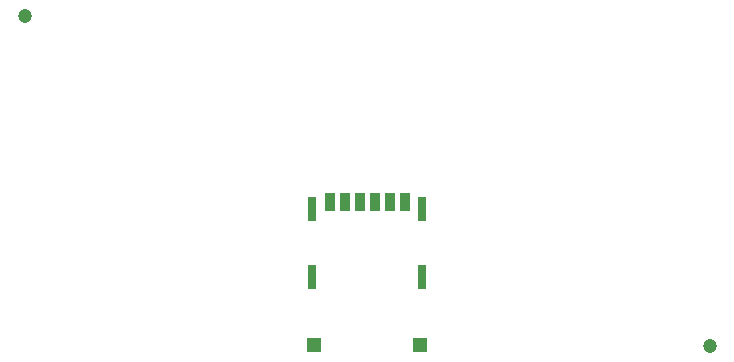
<source format=gts>
G04 EAGLE Gerber RS-274X export*
G75*
%MOMM*%
%FSLAX34Y34*%
%LPD*%
%INSoldermask Top*%
%IPPOS*%
%AMOC8*
5,1,8,0,0,1.08239X$1,22.5*%
G01*
%ADD10C,1.203200*%
%ADD11R,0.853200X1.503200*%
%ADD12R,0.683200X2.003200*%
%ADD13R,1.233200X1.203200*%


D10*
X590000Y10000D03*
X10000Y290000D03*
D11*
X331750Y132500D03*
X319050Y132500D03*
X306350Y132500D03*
X293650Y132500D03*
X280950Y132500D03*
X268250Y132500D03*
D12*
X253100Y68300D03*
X253100Y125800D03*
X346600Y125800D03*
X346600Y68300D03*
D13*
X255350Y11100D03*
X344650Y11100D03*
M02*

</source>
